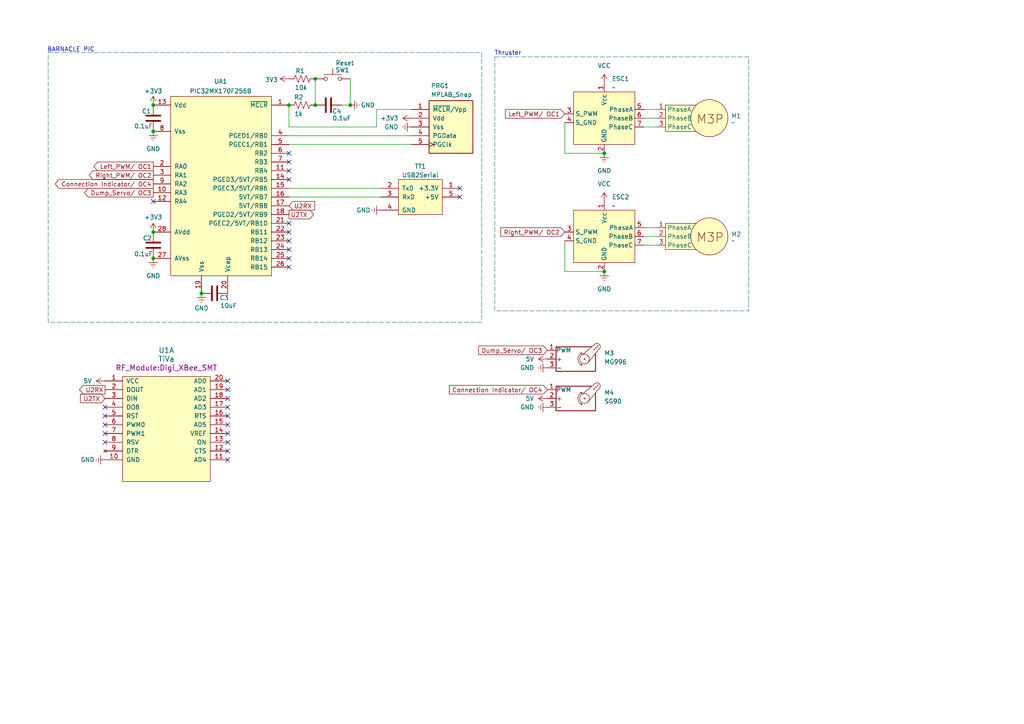
<source format=kicad_sch>
(kicad_sch (version 20231120) (generator "eeschema") (generator_version "8.0")
  (paper "A4")
  (lib_symbols
    (symbol "ME218B_Wilson_lib:ApisQueen_ESC"
      (property "Reference" "ESC" (at 4.318 9.144 0))
      (symbol "ApisQueen_ESC_0_1"
        (rectangle (start -8.89 7.62) (end 8.89 -7.62) (fill (type background)))
      )
      (symbol "ApisQueen_ESC_1_1"
        (pin power_in line (at 0 10.16 270) (length 2.54) (name "Vcc") (number "1"))
        (pin passive line (at 0 -10.16 90) (length 2.54) (name "GND") (number "2"))
        (pin input line (at -11.43 1.27 0) (length 2.54) (name "S_PWM") (number "3"))
        (pin input line (at -11.43 -1.27 0) (length 2.54) (name "S_GND") (number "4"))
        (pin output line (at 11.43 2.54 180) (length 2.54) (name "PhaseA") (number "5"))
        (pin output line (at 11.43 0 180) (length 2.54) (name "PhaseB") (number "6"))
        (pin output line (at 11.43 -2.54 180) (length 2.54) (name "PhaseC") (number "7"))
      )
    )
    (symbol "ME218B_Wilson_lib:Motor_3Phase"
      (property "Reference" "M" (at 3.302 6.096 0))
      (symbol "Motor_3Phase_0_1"
        (polyline (pts (xy -3.81 3.81) (xy -12.7 3.81) (xy -12.7 -3.81) (xy -3.81 -3.81)) (fill (type background)))
        (circle (center 0 0) (radius 5.3882) (fill (type background)))
      )
      (symbol "Motor_3Phase_1_1"
        (text "M3P\n" (at 0.254 -0.254 0) (effects (font (size 2.54 2.54))))
        (pin input line (at -15.24 2.54 0) (length 2.54) (name "PhaseA") (number "1"))
        (pin input line (at -15.24 0 0) (length 2.54) (name "PhaseB") (number "2"))
        (pin input line (at -15.24 -2.54 0) (length 2.54) (name "PhaseC") (number "3"))
      )
    )
    (symbol "ME218B_Wilson_lib:XBee" (pin_names (offset 1.016))
      (property "Reference" "U2" (at 0 24.13 0))
      (property "Value" "TiVa" (at 0 21.59 0))
      (property "Footprint" "RF_Module:Digi_XBee_SMT" (at 0 19.05 0))
      (symbol "XBee_0_1"
        (rectangle (start -12.7 16.51) (end 12.7 -13.97) (fill (type background)))
      )
      (symbol "XBee_1_1"
        (pin tri_state line (at -17.78 15.24 0) (length 5.08) (name "VCC") (number "1"))
        (pin power_out line (at -17.78 -7.62 0) (length 5.08) (name "GND") (number "10"))
        (pin tri_state line (at 17.78 -7.62 180) (length 5.08) (name "AD4") (number "11"))
        (pin tri_state line (at 17.78 -5.08 180) (length 5.08) (name "CTS") (number "12"))
        (pin tri_state line (at 17.78 -2.54 180) (length 5.08) (name "ON") (number "13"))
        (pin tri_state line (at 17.78 0 180) (length 5.08) (name "VREF") (number "14"))
        (pin tri_state line (at 17.78 2.54 180) (length 5.08) (name "AD5") (number "15"))
        (pin tri_state line (at 17.78 5.08 180) (length 5.08) (name "RTS") (number "16"))
        (pin tri_state line (at 17.78 7.62 180) (length 5.08) (name "AD3") (number "17"))
        (pin tri_state line (at 17.78 10.16 180) (length 5.08) (name "AD2") (number "18"))
        (pin tri_state line (at 17.78 12.7 180) (length 5.08) (name "AD1") (number "19"))
        (pin tri_state line (at -17.78 12.7 0) (length 5.08) (name "DOUT") (number "2"))
        (pin tri_state line (at 17.78 15.24 180) (length 5.08) (name "AD0") (number "20"))
        (pin tri_state line (at -17.78 10.16 0) (length 5.08) (name "DIN") (number "3"))
        (pin tri_state line (at -17.78 7.62 0) (length 5.08) (name "DO8") (number "4"))
        (pin tri_state line (at -17.78 5.08 0) (length 5.08) (name "RST") (number "5"))
        (pin tri_state line (at -17.78 2.54 0) (length 5.08) (name "PWM0") (number "6"))
        (pin tri_state line (at -17.78 0 0) (length 5.08) (name "PWM1") (number "7"))
        (pin tri_state line (at -17.78 -2.54 0) (length 5.08) (name "RSV") (number "8"))
        (pin no_connect line (at -17.78 -5.08 0) (length 5.08) (name "DTR") (number "9"))
      )
      (symbol "XBee_2_1"
        (pin no_connect line (at -17.78 15.24 0) (length 5.08) (name "NC") (number "1"))
        (pin power_out line (at -17.78 -7.62 0) (length 5.08) (name "PF3") (number "10"))
        (pin tri_state line (at -17.78 -10.16 0) (length 5.08) (name "PF2") (number "11"))
        (pin no_connect line (at -17.78 -12.7 0) (length 5.08) (name "NC") (number "12"))
        (pin no_connect line (at 17.78 -12.7 180) (length 5.08) (name "NC") (number "13"))
        (pin tri_state line (at 17.78 -10.16 180) (length 5.08) (name "PF1") (number "14"))
        (pin tri_state line (at 17.78 -7.62 180) (length 5.08) (name "PF0") (number "15"))
        (pin tri_state line (at 17.78 -5.08 180) (length 5.08) (name "PD7") (number "16"))
        (pin tri_state line (at 17.78 -2.54 180) (length 5.08) (name "PD6") (number "17"))
        (pin no_connect line (at 17.78 0 180) (length 5.08) (name "NC") (number "18"))
        (pin no_connect line (at 17.78 2.54 180) (length 5.08) (name "NC") (number "19"))
        (pin power_in line (at -17.78 12.7 0) (length 5.08) (name "GND") (number "2"))
        (pin no_connect line (at 17.78 15.24 180) (length 5.08) (name "NC") (number "20"))
        (pin tri_state line (at 17.78 5.08 180) (length 5.08) (name "PD3") (number "20"))
        (pin tri_state line (at 17.78 7.62 180) (length 5.08) (name "PD2") (number "21"))
        (pin tri_state line (at 17.78 10.16 180) (length 5.08) (name "PD1") (number "22"))
        (pin tri_state line (at 17.78 12.7 180) (length 5.08) (name "PD0") (number "23"))
        (pin tri_state line (at -17.78 10.16 0) (length 5.08) (name "PE0") (number "3"))
        (pin tri_state line (at -17.78 7.62 0) (length 5.08) (name "PE1") (number "4"))
        (pin tri_state line (at -17.78 5.08 0) (length 5.08) (name "PE2") (number "5"))
        (pin tri_state line (at -17.78 2.54 0) (length 5.08) (name "PE3") (number "6"))
        (pin tri_state line (at -17.78 0 0) (length 5.08) (name "PE4") (number "7"))
        (pin tri_state line (at -17.78 -2.54 0) (length 5.08) (name "PE5") (number "8"))
        (pin tri_state line (at -17.78 -5.08 0) (length 5.08) (name "PF4") (number "9"))
      )
    )
    (symbol "ME218_BaseLib:Cap" (pin_numbers hide) (pin_names (offset 0.254))
      (property "Reference" "C" (at 0.635 2.54 0))
      (property "Value" "Cap" (at 0.635 -2.54 0))
      (symbol "Cap_0_1"
        (polyline (pts (xy -2.032 -0.762) (xy 2.032 -0.762)) (stroke (width 0.508)))
        (polyline (pts (xy -2.032 0.762) (xy 2.032 0.762)) (stroke (width 0.508)))
      )
      (symbol "Cap_1_1"
        (pin passive line (at 0 3.81 270) (length 2.794) (name "~") (number "1"))
        (pin passive line (at 0 -3.81 90) (length 2.794) (name "~") (number "2"))
      )
    )
    (symbol "ME218_BaseLib:MPLAB_Snap" (pin_names (offset 1.016))
      (property "Reference" "PRG" (at 0 8.89 0))
      (property "Value" "MPLAB_Snap" (at 8.89 1.27 90))
      (symbol "MPLAB_Snap_0_1"
        (rectangle (start -6.35 7.62) (end 6.35 -7.62) (stroke (width 0.254)) (fill (type background)))
      )
      (symbol "MPLAB_Snap_1_1"
        (pin output line (at -11.43 5.08 0) (length 5.08) (name "~{MCLR}/Vpp") (number "1"))
        (pin input line (at -11.43 2.54 0) (length 5.08) (name "Vdd") (number "2"))
        (pin input line (at -11.43 0 0) (length 5.08) (name "Vss") (number "3"))
        (pin bidirectional line (at -11.43 -2.54 0) (length 5.08) (name "PGData") (number "4"))
        (pin output clock (at -11.43 -5.08 0) (length 5.08) (name "PGClk") (number "5"))
        (pin no_connect line (at -2.54 -11.43 0) (length 5.08) hide (name "NC") (number "6"))
        (pin no_connect line (at -2.54 -13.97 0) (length 5.08) hide (name "NC") (number "7"))
        (pin no_connect line (at -2.54 -16.51 0) (length 5.08) hide (name "NC") (number "8"))
      )
    )
    (symbol "ME218_BaseLib:Motor_Servo" (pin_names (offset 0.0254))
      (property "Reference" "M" (at -5.08 4.445 0))
      (property "Value" "Motor_Servo" (at -5.08 -4.064 0))
      (symbol "Motor_Servo_0_1"
        (polyline (pts (xy 2.413 -1.778) (xy 2.032 -1.778)))
        (polyline (pts (xy 2.413 -1.778) (xy 2.286 -1.397)))
        (polyline (pts (xy 2.413 1.778) (xy 1.905 1.778)))
        (polyline (pts (xy 2.413 1.778) (xy 2.286 1.397)))
        (polyline (pts (xy 6.35 4.445) (xy 2.54 1.27)))
        (polyline (pts (xy 7.62 3.175) (xy 4.191 -1.016)))
        (polyline (pts (xy 5.08 3.556) (xy -5.08 3.556) (xy -5.08 -3.556) (xy 6.35 -3.556) (xy 6.35 1.524)) (stroke (width 0.254)))
        (arc (start 2.413 1.778) (mid 1.2406 0) (end 2.413 -1.778))
        (circle (center 3.175 0) (radius 0.1778))
        (circle (center 3.175 0) (radius 1.4224))
        (circle (center 5.969 2.794) (radius 0.127))
        (circle (center 6.477 3.302) (radius 0.127))
        (circle (center 6.985 3.81) (radius 0.127))
        (arc (start 7.62 3.175) (mid 7.4485 4.2735) (end 6.35 4.445))
      )
      (symbol "Motor_Servo_1_1"
        (pin passive line (at -7.62 2.54 0) (length 2.54) (name "PWM") (number "1"))
        (pin passive line (at -7.62 0 0) (length 2.54) (name "+") (number "2"))
        (pin passive line (at -7.62 -2.54 0) (length 2.54) (name "-") (number "3"))
      )
    )
    (symbol "ME218_BaseLib:PIC32MX170F256B" (pin_names (offset 1.016))
      (property "Reference" "U" (at -20.32 25.4 0))
      (property "Value" "PIC32MX170F256B" (at -7.62 25.4 0))
      (symbol "PIC32MX170F256B_0_1"
        (rectangle (start -21.59 24.13) (end 7.62 -27.94) (fill (type background)))
      )
      (symbol "PIC32MX170F256B_1_1"
        (pin input line (at 12.7 21.59 180) (length 5.08) (name "~{MCLR}") (number "1"))
        (pin bidirectional line (at -26.67 -3.81 0) (length 5.08) (name "RA3") (number "10"))
        (pin bidirectional line (at 12.7 2.54 180) (length 5.08) (name "RB4") (number "11"))
        (pin bidirectional line (at -26.67 -6.35 0) (length 5.08) (name "RA4") (number "12"))
        (pin power_in line (at -26.67 21.59 0) (length 5.08) (name "Vdd") (number "13"))
        (pin bidirectional line (at 12.7 0 180) (length 5.08) (name "PGED3/5VT/RB5") (number "14"))
        (pin bidirectional line (at 12.7 -2.54 180) (length 5.08) (name "PGEC3/5VT/RB6") (number "15"))
        (pin bidirectional line (at 12.7 -5.08 180) (length 5.08) (name "5VT/RB7") (number "16"))
        (pin bidirectional line (at 12.7 -7.62 180) (length 5.08) (name "5VT/RB8") (number "17"))
        (pin bidirectional line (at 12.7 -10.16 180) (length 5.08) (name "PGED2/5VT/RB9") (number "18"))
        (pin power_in line (at -12.7 -33.02 90) (length 5.08) (name "Vss") (number "19"))
        (pin bidirectional line (at -26.67 3.81 0) (length 5.08) (name "RA0") (number "2"))
        (pin input line (at -5.08 -33.02 90) (length 5.08) (name "Vcap") (number "20"))
        (pin bidirectional line (at 12.7 -12.7 180) (length 5.08) (name "PGEC2/5VT/RB10") (number "21"))
        (pin bidirectional line (at 12.7 -15.24 180) (length 5.08) (name "RB11") (number "22"))
        (pin bidirectional line (at 12.7 -17.78 180) (length 5.08) (name "RB12") (number "23"))
        (pin bidirectional line (at 12.7 -20.32 180) (length 5.08) (name "RB13") (number "24"))
        (pin bidirectional line (at 12.7 -22.86 180) (length 5.08) (name "RB14") (number "25"))
        (pin bidirectional line (at 12.7 -25.4 180) (length 5.08) (name "RB15") (number "26"))
        (pin power_in line (at -26.67 -22.86 0) (length 5.08) (name "AVss") (number "27"))
        (pin power_in line (at -26.67 -15.24 0) (length 5.08) (name "AVdd") (number "28"))
        (pin bidirectional line (at -26.67 1.27 0) (length 5.08) (name "RA1") (number "3"))
        (pin bidirectional line (at 12.7 12.7 180) (length 5.08) (name "PGED1/RB0") (number "4"))
        (pin bidirectional line (at 12.7 10.16 180) (length 5.08) (name "PGEC1/RB1") (number "5"))
        (pin bidirectional line (at 12.7 7.62 180) (length 5.08) (name "RB2") (number "6"))
        (pin bidirectional line (at 12.7 5.08 180) (length 5.08) (name "RB3") (number "7"))
        (pin power_in line (at -26.67 13.97 0) (length 5.08) (name "Vss") (number "8"))
        (pin bidirectional line (at -26.67 -1.27 0) (length 5.08) (name "RA2") (number "9"))
      )
    )
    (symbol "ME218_BaseLib:Res1" (pin_numbers hide) (pin_names (offset 0))
      (property "Reference" "R" (at 2.54 0 90))
      (property "Value" "Res1" (at -2.54 0 90))
      (symbol "Res1_0_1"
        (polyline (pts (xy 0 -2.286) (xy 0 -2.54)))
        (polyline (pts (xy 0 2.286) (xy 0 2.54)))
        (polyline (pts (xy 0 -0.762) (xy 1.016 -1.143) (xy 0 -1.524) (xy -1.016 -1.905) (xy 0 -2.286)))
        (polyline (pts (xy 0 0.762) (xy 1.016 0.381) (xy 0 0) (xy -1.016 -0.381) (xy 0 -0.762)))
        (polyline (pts (xy 0 2.286) (xy 1.016 1.905) (xy 0 1.524) (xy -1.016 1.143) (xy 0 0.762)))
      )
      (symbol "Res1_1_1"
        (pin passive line (at 0 3.81 270) (length 1.27) (name "~") (number "1"))
        (pin passive line (at 0 -3.81 90) (length 1.27) (name "~") (number "2"))
      )
    )
    (symbol "ME218_BaseLib:SW-PB" (pin_numbers hide) (pin_names (offset 1.016) hide)
      (property "Reference" "SW" (at 1.27 2.54 0))
      (property "Value" "SW-PB" (at 0 -1.524 0))
      (symbol "SW-PB_0_1"
        (circle (center -2.032 0) (radius 0.508))
        (polyline (pts (xy 0 1.27) (xy 0 3.048)))
        (polyline (pts (xy 2.54 1.27) (xy -2.54 1.27)))
        (circle (center 2.032 0) (radius 0.508))
        (pin passive line (at -5.08 0 0) (length 2.54) (name "1") (number "1"))
        (pin passive line (at 5.08 0 180) (length 2.54) (name "2") (number "2"))
      )
    )
    (symbol "ME218_BaseLib:USB2Serial" (pin_names (offset 1.016))
      (property "Reference" "U" (at 0 5.08 0))
      (property "Value" "USB2Serial" (at 0 -8.89 0))
      (symbol "USB2Serial_0_1"
        (rectangle (start -3.81 2.54) (end 8.89 -7.62) (fill (type background)))
        (rectangle (start 3.81 -5.08) (end 3.81 -5.08))
      )
      (symbol "USB2Serial_1_1"
        (pin power_out line (at 13.97 0 180) (length 5.08) (name "+3.3V") (number "1"))
        (pin output line (at -8.89 0 0) (length 5.08) (name "TxD") (number "2"))
        (pin input line (at -8.89 -2.54 0) (length 5.08) (name "RxD") (number "3"))
        (pin power_in line (at -8.89 -6.35 0) (length 5.08) (name "GND") (number "4"))
        (pin power_out line (at 13.97 -2.54 180) (length 5.08) (name "+5V") (number "5"))
      )
    )
    (symbol "power:+3.3V" (power) (pin_numbers hide) (pin_names (offset 0) hide)
      (property "Value" "+3.3V" (at 0 3.556 0))
      (symbol "+3.3V_0_1"
        (polyline (pts (xy -0.762 1.27) (xy 0 2.54)))
        (polyline (pts (xy 0 0) (xy 0 2.54)))
        (polyline (pts (xy 0 2.54) (xy 0.762 1.27)))
      )
      (symbol "+3.3V_1_1"
        (pin power_in line (at 0 0 90) (length 0) (name "~") (number "1"))
      )
    )
    (symbol "power:+3V3" (power) (pin_numbers hide) (pin_names (offset 0) hide)
      (property "Value" "+3V3" (at 0 3.556 0))
      (symbol "+3V3_0_1"
        (polyline (pts (xy -0.762 1.27) (xy 0 2.54)))
        (polyline (pts (xy 0 0) (xy 0 2.54)))
        (polyline (pts (xy 0 2.54) (xy 0.762 1.27)))
      )
      (symbol "+3V3_1_1"
        (pin power_in line (at 0 0 90) (length 0) (name "~") (number "1"))
      )
    )
    (symbol "power:GNDREF" (power) (pin_numbers hide) (pin_names (offset 0) hide)
      (property "Value" "GNDREF" (at 0 -3.81 0))
      (symbol "GNDREF_0_1"
        (polyline (pts (xy -0.635 -1.905) (xy 0.635 -1.905)))
        (polyline (pts (xy -0.127 -2.54) (xy 0.127 -2.54)))
        (polyline (pts (xy 0 -1.27) (xy 0 0)))
        (polyline (pts (xy 1.27 -1.27) (xy -1.27 -1.27)))
      )
      (symbol "GNDREF_1_1"
        (pin power_in line (at 0 0 270) (length 0) (name "~") (number "1"))
      )
    )
    (symbol "power:VCC" (power) (pin_numbers hide) (pin_names (offset 0) hide)
      (property "Value" "VCC" (at 0 3.556 0))
      (symbol "VCC_0_1"
        (polyline (pts (xy -0.762 1.27) (xy 0 2.54)))
        (polyline (pts (xy 0 0) (xy 0 2.54)))
        (polyline (pts (xy 0 2.54) (xy 0.762 1.27)))
      )
      (symbol "VCC_1_1"
        (pin power_in line (at 0 0 90) (length 0) (name "~") (number "1"))
      )
    )
  )
  (junction (at 91.44 22.86))
  (junction (at 175.26 78.74))
  (junction (at 91.44 30.48))
  (junction (at 44.45 30.48))
  (junction (at 175.26 44.45))
  (junction (at 83.82 30.48))
  (junction (at 44.45 38.1))
  (junction (at 58.42 85.09))
  (junction (at 44.45 74.93))
  (junction (at 101.6 30.48))
  (junction (at 44.45 67.31))
  (no_connect (at 83.82 74.93))
  (no_connect (at 66.04 123.19))
  (no_connect (at 83.82 52.07))
  (no_connect (at 83.82 67.31))
  (no_connect (at 66.04 110.49))
  (no_connect (at 83.82 64.77))
  (no_connect (at 83.82 72.39))
  (no_connect (at 83.82 44.45))
  (no_connect (at 30.48 123.19))
  (no_connect (at 66.04 133.35))
  (no_connect (at 30.48 120.65))
  (no_connect (at 66.04 128.27))
  (no_connect (at 30.48 118.11))
  (no_connect (at 83.82 46.99))
  (no_connect (at 66.04 120.65))
  (no_connect (at 30.48 125.73))
  (no_connect (at 133.35 54.61))
  (no_connect (at 66.04 125.73))
  (no_connect (at 66.04 115.57))
  (no_connect (at 30.48 128.27))
  (no_connect (at 66.04 130.81))
  (no_connect (at 83.82 69.85))
  (no_connect (at 83.82 77.47))
  (no_connect (at 66.04 113.03))
  (no_connect (at 133.35 57.15))
  (no_connect (at 44.45 58.42))
  (no_connect (at 83.82 49.53))
  (no_connect (at 66.04 118.11))
  (wire (pts (xy 163.83 69.85) (xy 163.83 78.74)))
  (wire (pts (xy 101.6 22.86) (xy 101.6 30.48)))
  (wire (pts (xy 190.5 66.04) (xy 186.69 66.04)))
  (wire (pts (xy 109.22 36.83) (xy 109.22 31.75)))
  (wire (pts (xy 190.5 68.58) (xy 186.69 68.58)))
  (wire (pts (xy 163.83 44.45) (xy 175.26 44.45)))
  (wire (pts (xy 83.82 54.61) (xy 110.49 54.61)))
  (wire (pts (xy 109.22 31.75) (xy 119.38 31.75)))
  (wire (pts (xy 190.5 34.29) (xy 186.69 34.29)))
  (wire (pts (xy 99.06 30.48) (xy 101.6 30.48)))
  (wire (pts (xy 83.82 36.83) (xy 109.22 36.83)))
  (wire (pts (xy 83.82 36.83) (xy 83.82 30.48)))
  (wire (pts (xy 91.44 22.86) (xy 91.44 30.48)))
  (wire (pts (xy 83.82 57.15) (xy 110.49 57.15)))
  (wire (pts (xy 163.83 35.56) (xy 163.83 44.45)))
  (wire (pts (xy 83.82 39.37) (xy 119.38 39.37)))
  (wire (pts (xy 190.5 36.83) (xy 186.69 36.83)))
  (wire (pts (xy 163.83 78.74) (xy 175.26 78.74)))
  (wire (pts (xy 83.82 41.91) (xy 119.38 41.91)))
  (wire (pts (xy 190.5 71.12) (xy 186.69 71.12)))
  (wire (pts (xy 190.5 31.75) (xy 186.69 31.75)))
  (rectangle (start 13.97 15.24) (end 139.7 93.472) (stroke (width 0.127) (type dash) (color 22 120 44 1)))
  (rectangle (start 143.51 16.51) (end 217.17 90.17) (stroke (width 0.127) (type dash) (color 22 120 44 1)))
  (text "BARNACLE PIC\n" (at 20.574 14.478 0) (effects (font (size 1.27 1.27))))
  (text "Thruster" (at 147.32 15.494 0) (effects (font (size 1.27 1.27))))
  (global_label "U2TX" (shape output) (at 83.82 62.23 0) (property "Intersheetrefs" "${INTERSHEET_REFS}" (effects (hide yes))))
  (global_label "Left_PWM{slash} OC1" (shape output) (at 44.45 48.26 180) (property "Intersheetrefs" "${INTERSHEET_REFS}" (effects (hide yes))))
  (global_label "U2RX" (shape output) (at 30.48 113.03 180) (property "Intersheetrefs" "${INTERSHEET_REFS}" (effects (hide yes))))
  (global_label "Right_PWM{slash} OC2" (shape input) (at 163.83 67.31 180) (property "Intersheetrefs" "${INTERSHEET_REFS}" (effects (hide yes))))
  (global_label "Left_PWM{slash} OC1" (shape input) (at 163.83 33.02 180) (property "Intersheetrefs" "${INTERSHEET_REFS}" (effects (hide yes))))
  (global_label "Dump_Servo{slash} OC3" (shape input) (at 158.75 101.6 180) (property "Intersheetrefs" "${INTERSHEET_REFS}" (effects (hide yes))))
  (global_label "U2TX" (shape input) (at 30.48 115.57 180) (property "Intersheetrefs" "${INTERSHEET_REFS}" (effects (hide yes))))
  (global_label "Right_PWM{slash} OC2" (shape output) (at 44.45 50.8 180) (property "Intersheetrefs" "${INTERSHEET_REFS}" (effects (hide yes))))
  (global_label "Connection Indicator{slash} OC4" (shape input) (at 158.75 113.03 180) (property "Intersheetrefs" "${INTERSHEET_REFS}" (effects (hide yes))))
  (global_label "Dump_Servo{slash} OC3" (shape output) (at 44.45 55.88 180) (property "Intersheetrefs" "${INTERSHEET_REFS}" (effects (hide yes))))
  (global_label "U2RX" (shape input) (at 83.82 59.69 0) (property "Intersheetrefs" "${INTERSHEET_REFS}" (effects (hide yes))))
  (global_label "Connection Indicator{slash} OC4" (shape output) (at 44.45 53.34 180) (property "Intersheetrefs" "${INTERSHEET_REFS}" (effects (hide yes))))
  (symbol (lib_id "power:GNDREF") (at 30.48 133.35 270) (unit 1)
    (property "Reference" "#PWR019" (effects (hide yes)))
    (property "Value" "GND" (at 25.4 133.35 90))
    (property "Description" "Power symbol creates a global label with name \"GNDREF\" , reference supply ground" (effects (hide yes)))
  )
  (symbol (lib_id "power:+3.3V") (at 83.82 22.86 90) (unit 1)
    (property "Reference" "#PWR06" (effects (hide yes)))
    (property "Value" "3V3" (at 78.74 23.114 90))
    (property "Description" "Power symbol creates a global label with name \"+3.3V\"" (effects (hide yes)))
  )
  (symbol (lib_id "ME218B_Wilson_lib:XBee") (at 48.26 125.73 0) (unit 1)
    (property "Reference" "U1" (at 48.26 101.6 0) (effects (font (size 1.524 1.524))))
    (property "Value" "TiVa" (at 48.26 104.14 0) (effects (font (size 1.524 1.524))))
    (property "Footprint" "RF_Module:Digi_XBee_SMT" (at 48.26 106.68 0) (effects (font (size 1.524 1.524))))
  )
  (symbol (lib_id "power:GNDREF") (at 44.45 74.93 0) (unit 1)
    (property "Reference" "#PWR04" (effects (hide yes)))
    (property "Value" "GND" (at 44.45 80.01 0))
    (property "Description" "Power symbol creates a global label with name \"GNDREF\" , reference supply ground" (effects (hide yes)))
  )
  (symbol (lib_id "power:+3.3V") (at 44.45 67.31 0) (unit 1)
    (property "Reference" "#PWR03" (effects (hide yes)))
    (property "Value" "+3V3" (at 44.45 62.992 0))
    (property "Description" "Power symbol creates a global label with name \"+3.3V\"" (effects (hide yes)))
  )
  (symbol (lib_id "power:VCC") (at 158.75 115.57 90) (unit 1)
    (property "Reference" "#PWR017" (effects (hide yes)))
    (property "Value" "5V" (at 154.94 115.5699 90) (effects (justify left)))
    (property "Description" "Power symbol creates a global label with name \"VCC\"" (effects (hide yes)))
  )
  (symbol (lib_id "power:VCC") (at 175.26 24.13 0) (unit 1)
    (property "Reference" "#PWR013" (effects (hide yes)))
    (property "Value" "VCC" (at 175.26 19.05 0))
    (property "Description" "Power symbol creates a global label with name \"VCC\"" (effects (hide yes)))
  )
  (symbol (lib_id "power:+3.3V") (at 44.45 30.48 0) (unit 1)
    (property "Reference" "#PWR01" (effects (hide yes)))
    (property "Value" "+3V3" (at 44.45 26.416 0))
    (property "Description" "Power symbol creates a global label with name \"+3.3V\"" (effects (hide yes)))
  )
  (symbol (lib_id "ME218B_Wilson_lib:ApisQueen_ESC") (at 175.26 68.58 0) (unit 1)
    (property "Reference" "ESC2" (at 177.4541 57.15 0) (effects (justify left)))
    (property "Value" "~" (at 177.4541 59.69 0) (effects (justify left)))
  )
  (symbol (lib_id "power:GNDREF") (at 101.6 30.48 90) (unit 1)
    (property "Reference" "#PWR08" (effects (hide yes)))
    (property "Value" "GND" (at 106.68 30.48 90))
    (property "Description" "Power symbol creates a global label with name \"GNDREF\" , reference supply ground" (effects (hide yes)))
  )
  (symbol (lib_id "ME218_BaseLib:Motor_Servo") (at 166.37 115.57 0) (unit 1)
    (property "Reference" "M4" (at 175.26 113.8665 0) (effects (justify left)))
    (property "Value" "SG90" (at 175.26 116.4065 0) (effects (justify left)))
  )
  (symbol (lib_id "ME218_BaseLib:Cap") (at 62.23 85.09 90) (unit 1)
    (property "Reference" "C3" (at 65.024 86.36 90))
    (property "Value" "10uF" (at 66.294 88.646 90))
  )
  (symbol (lib_id "power:GNDREF") (at 119.38 36.83 270) (unit 1)
    (property "Reference" "#PWR011" (effects (hide yes)))
    (property "Value" "GND" (at 115.57 36.8299 90) (effects (justify right)))
    (property "Description" "Power symbol creates a global label with name \"GNDREF\" , reference supply ground" (effects (hide yes)))
  )
  (symbol (lib_id "power:VCC") (at 158.75 104.14 90) (unit 1)
    (property "Reference" "#PWR015" (effects (hide yes)))
    (property "Value" "5V" (at 154.94 104.1399 90) (effects (justify left)))
    (property "Description" "Power symbol creates a global label with name \"VCC\"" (effects (hide yes)))
  )
  (symbol (lib_id "ME218_BaseLib:Cap") (at 44.45 34.29 0) (unit 1)
    (property "Reference" "C1" (at 41.148 32.258 0) (effects (justify left)))
    (property "Value" "0.1uF" (at 38.862 36.576 0) (effects (justify left)))
  )
  (symbol (lib_id "power:VCC") (at 175.26 58.42 0) (unit 1)
    (property "Reference" "#PWR014" (effects (hide yes)))
    (property "Value" "VCC" (at 175.26 53.34 0))
    (property "Description" "Power symbol creates a global label with name \"VCC\"" (effects (hide yes)))
  )
  (symbol (lib_id "ME218_BaseLib:Cap") (at 44.45 71.12 0) (unit 1)
    (property "Reference" "C2" (at 41.402 69.088 0) (effects (justify left)))
    (property "Value" "0.1uF" (at 38.862 73.66 0) (effects (justify left)))
  )
  (symbol (lib_id "ME218_BaseLib:Res1") (at 87.63 22.86 90) (unit 1)
    (property "Reference" "R1" (at 88.392 20.574 90) (effects (justify left)))
    (property "Value" "10k" (at 89.154 25.4 90) (effects (justify left)))
  )
  (symbol (lib_id "power:GNDREF") (at 110.49 60.96 270) (unit 1)
    (property "Reference" "#PWR09" (effects (hide yes)))
    (property "Value" "GND" (at 105.41 60.96 90))
    (property "Description" "Power symbol creates a global label with name \"GNDREF\" , reference supply ground" (effects (hide yes)))
  )
  (symbol (lib_id "power:+3V3") (at 119.38 34.29 90) (unit 1)
    (property "Reference" "#PWR010" (effects (hide yes)))
    (property "Value" "+3V3" (at 115.57 34.2899 90) (effects (justify left)))
    (property "Description" "Power symbol creates a global label with name \"+3V3\"" (effects (hide yes)))
  )
  (symbol (lib_id "ME218_BaseLib:MPLAB_Snap") (at 130.81 36.83 0) (unit 1)
    (property "Reference" "PRG1" (at 124.968 24.892 0) (effects (justify left)))
    (property "Value" "MPLAB_Snap" (at 124.968 27.432 0) (effects (justify left)))
  )
  (symbol (lib_id "power:GNDREF") (at 158.75 118.11 270) (unit 1)
    (property "Reference" "#PWR018" (effects (hide yes)))
    (property "Value" "GND" (at 154.94 118.1099 90) (effects (justify right)))
    (property "Description" "Power symbol creates a global label with name \"GNDREF\" , reference supply ground" (effects (hide yes)))
  )
  (symbol (lib_id "ME218_BaseLib:USB2Serial") (at 119.38 54.61 0) (unit 1)
    (property "Reference" "TT1" (at 121.92 48.26 0))
    (property "Value" "USB2Serial" (at 121.92 50.8 0))
  )
  (symbol (lib_id "ME218B_Wilson_lib:ApisQueen_ESC") (at 175.26 34.29 0) (unit 1)
    (property "Reference" "ESC1" (at 177.4541 22.86 0) (effects (justify left)))
    (property "Value" "~" (at 177.4541 25.4 0) (effects (justify left)))
  )
  (symbol (lib_id "ME218B_Wilson_lib:Motor_3Phase") (at 205.74 34.29 0) (unit 1)
    (property "Reference" "M1" (at 212.09 33.6549 0) (effects (justify left)))
    (property "Value" "~" (at 212.09 35.56 0) (effects (justify left)))
  )
  (symbol (lib_id "ME218B_Wilson_lib:Motor_3Phase") (at 205.74 68.58 0) (unit 1)
    (property "Reference" "M2" (at 212.09 67.9449 0) (effects (justify left)))
    (property "Value" "~" (at 212.09 69.85 0) (effects (justify left)))
  )
  (symbol (lib_id "ME218_BaseLib:SW-PB") (at 96.52 22.86 0) (unit 1)
    (property "Reference" "SW1" (at 97.282 20.32 0) (effects (justify left)))
    (property "Value" "Reset" (at 97.282 18.288 0) (effects (justify left)))
  )
  (symbol (lib_id "power:GNDREF") (at 58.42 85.09 0) (unit 1)
    (property "Reference" "#PWR05" (effects (hide yes)))
    (property "Value" "GND" (at 58.42 89.408 0))
    (property "Description" "Power symbol creates a global label with name \"GNDREF\" , reference supply ground" (effects (hide yes)))
  )
  (symbol (lib_id "ME218_BaseLib:PIC32MX170F256B") (at 71.12 52.07 0) (unit 1)
    (property "Reference" "UA1" (at 64.008 23.622 0))
    (property "Value" "PIC32MX170F256B" (at 64.008 26.416 0))
  )
  (symbol (lib_id "power:VCC") (at 30.48 110.49 90) (unit 1)
    (property "Reference" "#PWR020" (effects (hide yes)))
    (property "Value" "5V" (at 26.67 110.4899 90) (effects (justify left)))
    (property "Description" "Power symbol creates a global label with name \"VCC\"" (effects (hide yes)))
  )
  (symbol (lib_id "power:GNDREF") (at 175.26 44.45 0) (unit 1)
    (property "Reference" "#PWR012" (effects (hide yes)))
    (property "Value" "GND" (at 175.26 49.53 0))
    (property "Description" "Power symbol creates a global label with name \"GNDREF\" , reference supply ground" (effects (hide yes)))
  )
  (symbol (lib_id "power:GNDREF") (at 158.75 106.68 270) (unit 1)
    (property "Reference" "#PWR016" (effects (hide yes)))
    (property "Value" "GND" (at 154.94 106.6799 90) (effects (justify right)))
    (property "Description" "Power symbol creates a global label with name \"GNDREF\" , reference supply ground" (effects (hide yes)))
  )
  (symbol (lib_id "power:GNDREF") (at 44.45 38.1 0) (unit 1)
    (property "Reference" "#PWR02" (effects (hide yes)))
    (property "Value" "GND" (at 44.45 43.18 0))
    (property "Description" "Power symbol creates a global label with name \"GNDREF\" , reference supply ground" (effects (hide yes)))
  )
  (symbol (lib_id "ME218_BaseLib:Cap") (at 95.25 30.48 90) (unit 1)
    (property "Reference" "C4" (at 99.06 32.258 90) (effects (justify left)))
    (property "Value" "0.1uF" (at 101.854 34.29 90) (effects (justify left)))
  )
  (symbol (lib_id "ME218_BaseLib:Res1") (at 87.63 30.48 270) (unit 1)
    (property "Reference" "R2" (at 86.614 28.194 90))
    (property "Value" "1k" (at 86.614 33.02 90))
  )
  (symbol (lib_id "power:GNDREF") (at 175.26 78.74 0) (unit 1)
    (property "Reference" "#PWR07" (effects (hide yes)))
    (property "Value" "GND" (at 175.26 83.82 0))
    (property "Description" "Power symbol creates a global label with name \"GNDREF\" , reference supply ground" (effects (hide yes)))
  )
  (symbol (lib_id "ME218_BaseLib:Motor_Servo") (at 166.37 104.14 0) (unit 1)
    (property "Reference" "M3" (at 175.26 102.4365 0) (effects (justify left)))
    (property "Value" "MG996" (at 175.26 104.9765 0) (effects (justify left)))
  )
)
</source>
